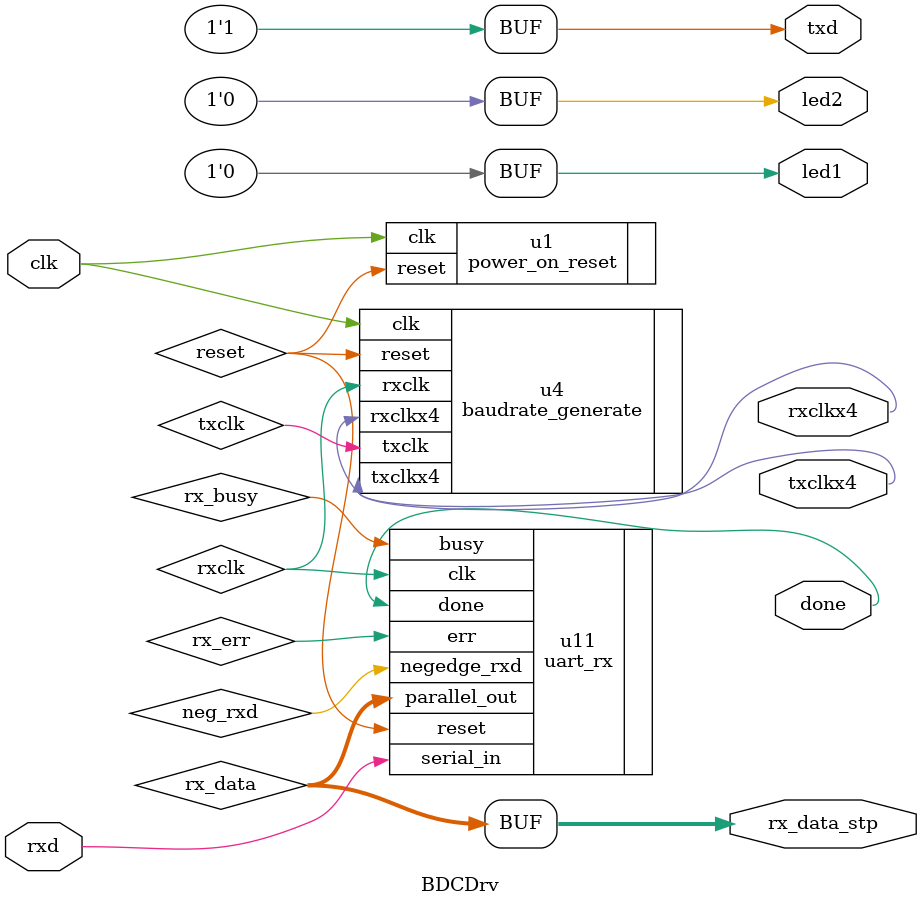
<source format=v>
module BDCDrv(clk,rxd,led1,led2,txd,txclkx4,rxclkx4,done,rx_data_stp);
// Keep the Entity of Wire  /*synthesis keep*/;
// Keep the Entity of Register /*synthesis preserve*/;
// sometimes above two options are not valid, try this /*synthesis noprune*/; 
input clk;
input rxd;

output led1;
output led2;
output txd;
output txclkx4;
output rxclkx4;
output done;
output [7:0] rx_data_stp;

wire reset;
power_on_reset u1 (.clk(clk),.reset(reset));
//clk1hz(.clk(clk),.reset(reset),.clk_1hz(txclk));

//use 1Hz (in led_drive module to generate tx data dynamically.
//cause we cannot define reg[7:0]=8'd55 outside of always.
//wire [7:0] data_out;
//led_drive u2 (.clk(clk),.reset(reset),.led1(led1),.led2(led2),.data_out(data_out));
assign led1=0;
assign led2=0;
//pwm_driver u3(.clk(clk),.reset(reset),.out1(out1),.out2(out2));

wire txclk;
wire rxclk;
//1.generate txclk & rxclk.
baudrate_generate u4(.clk(clk),.reset(reset),.txclk(txclk),.rxclk(rxclk),.txclkx4(txclkx4),.rxclkx4(rxclkx4));
//2.generate single pluse in txclk.
//wire pulse_1hz;
//single_pulse u5(.clk(txclk),.reset(reset),.pulse_out(pulse_1hz));
//3.tx data.
//wire txd;
//wire busy;
//uart_tx u6(.clk(txclk),.reset(reset),.start(pulse_1hz),.data_in(data_out),.txd(txd),.done(done),.busy(busy));


//upload data via UART.
//wire tx_pulse;
//wire [7:0] up_bytes;
//upload_data upload_data_u1(.clk(txclk),.reset(reset),.tx_pulse(tx_pulse),.up_bytes(up_bytes));
//uart_tx u6(.clk(txclk),.reset(reset),.start(tx_pulse),.data_in(up_bytes),.txd(txd),.done(done),.busy(busy));

//receive data via UART.
wire [7:0] rx_data;
wire rx_busy;
wire rx_err;
wire neg_rxd;
uart_rx u11(.clk(rxclk),.reset(reset),.serial_in(rxd),.parallel_out(rx_data),.done(done),.busy(rx_busy),.err(rx_err),.negedge_rxd(neg_rxd));

assign txd=1'b1;
assign rx_data_stp=rx_data;
endmodule
</source>
